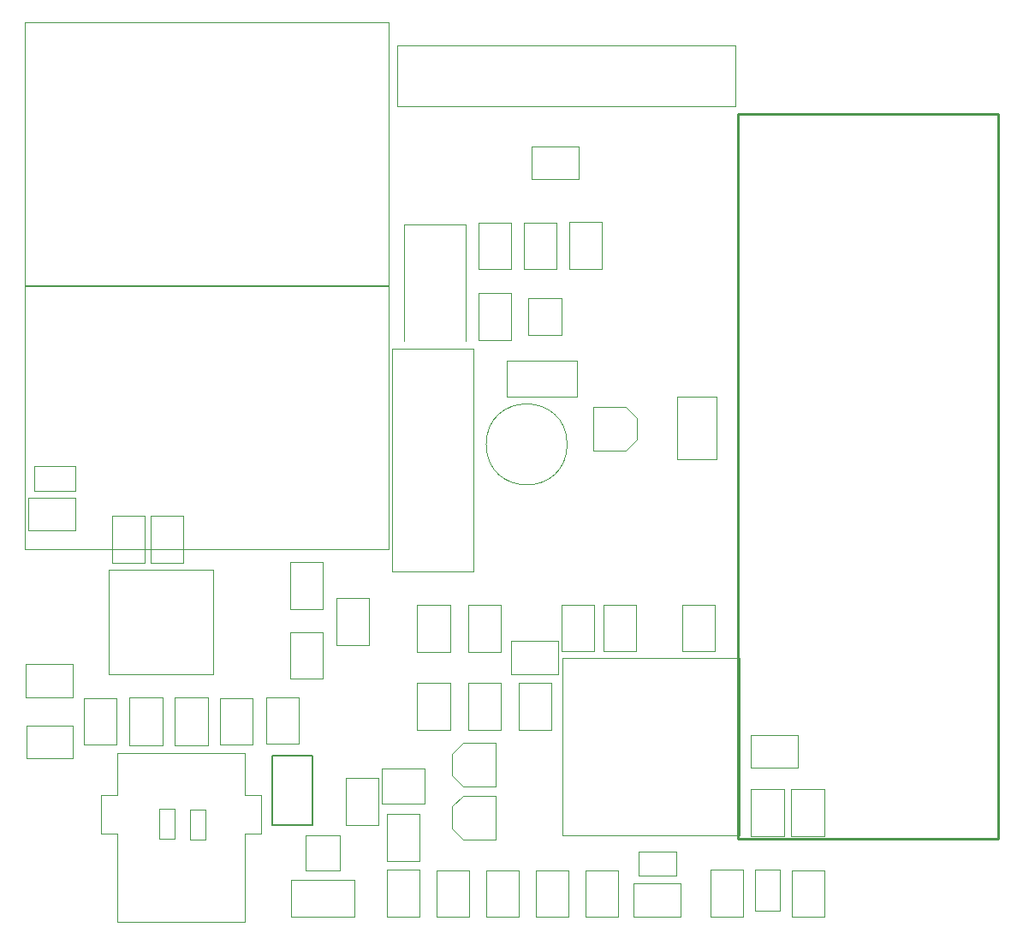
<source format=gbr>
%TF.GenerationSoftware,Altium Limited,Altium Designer,25.2.1 (25)*%
G04 Layer_Color=32768*
%FSLAX43Y43*%
%MOMM*%
%TF.SameCoordinates,66537E59-A43E-40DC-9FEC-BE63E116DA79*%
%TF.FilePolarity,Positive*%
%TF.FileFunction,Other,Mechanical_15*%
%TF.Part,Single*%
G01*
G75*
%TA.AperFunction,NonConductor*%
%ADD71C,0.127*%
%ADD72C,0.254*%
%ADD75C,0.100*%
%ADD131C,0.050*%
D71*
X25000Y9747D02*
Y16647D01*
X29000D01*
Y9747D02*
Y16647D01*
X25000Y9747D02*
X29000D01*
D72*
X71097Y8396D02*
Y79996D01*
X96797Y8396D02*
Y79996D01*
X71097D02*
X96797D01*
X71097Y8396D02*
X96797D01*
D75*
X54193Y47371D02*
G03*
X54193Y47371I-4000J0D01*
G01*
X56778Y46745D02*
Y51045D01*
X60003D01*
X61078Y49970D01*
Y47820D02*
Y49970D01*
X60003Y46745D02*
X61078Y47820D01*
X56778Y46745D02*
X60003D01*
X47150Y8350D02*
Y12650D01*
X43925Y8350D02*
X47150D01*
X42850Y9425D02*
X43925Y8350D01*
X42850Y9425D02*
Y11575D01*
X43925Y12650D01*
X47150D01*
X36914Y56847D02*
X44914D01*
Y34847D02*
Y56847D01*
X36914Y34847D02*
X44914D01*
X36914D02*
Y56847D01*
X43925Y17850D02*
X47150D01*
X42850Y16775D02*
X43925Y17850D01*
X42850Y14625D02*
Y16775D01*
Y14625D02*
X43925Y13550D01*
X47150D01*
Y17850D01*
D131*
X48669Y24658D02*
Y27920D01*
X53331Y24658D02*
Y27920D01*
X48669Y24658D02*
X53331D01*
X48669Y27920D02*
X53331D01*
X72775Y1270D02*
Y5320D01*
X75225D01*
Y1270D02*
Y5320D01*
X72775Y1270D02*
X75225D01*
X1475Y45225D02*
X5525D01*
Y42775D02*
Y45225D01*
X1475Y42775D02*
X5525D01*
X1475D02*
Y45225D01*
X9700Y16850D02*
X22300D01*
X9700Y12710D02*
Y16850D01*
X8070Y12710D02*
X9700D01*
X8070Y8890D02*
Y12710D01*
Y8890D02*
X9700D01*
Y150D02*
Y8890D01*
Y150D02*
X22300D01*
Y8890D01*
X23930D01*
Y12710D01*
X22300D02*
X23930D01*
X22300D02*
Y16850D01*
X8836Y24696D02*
Y35006D01*
X19146Y24696D02*
Y35006D01*
X8836Y24696D02*
X19146D01*
X8836Y35006D02*
X19146D01*
X38098Y57623D02*
Y69123D01*
X44198D01*
Y57623D02*
Y69123D01*
X28300Y5300D02*
Y8700D01*
X31700D01*
Y5300D02*
Y8700D01*
X28300Y5300D02*
X31700D01*
X36540Y63050D02*
Y89060D01*
X540D02*
X36540D01*
X540Y63050D02*
Y89060D01*
Y63050D02*
X36540D01*
Y37050D02*
Y63060D01*
X540D02*
X36540D01*
X540Y37050D02*
Y63060D01*
Y37050D02*
X36540D01*
X65575Y26902D02*
X68791D01*
X65575Y31518D02*
X68791D01*
Y26902D02*
Y31518D01*
X65575Y26902D02*
Y31518D01*
X70838Y80820D02*
Y86820D01*
X37388Y80820D02*
X70838D01*
X37388D02*
Y86820D01*
X70838D01*
X48207Y52048D02*
X55207D01*
X48207D02*
Y55648D01*
X55207D01*
Y52048D02*
Y55648D01*
X49892Y69308D02*
X53108D01*
X49892Y64692D02*
X53108D01*
X49892D02*
Y69308D01*
X53108Y64692D02*
Y69308D01*
X54369Y64669D02*
X57631D01*
X54369Y69331D02*
X57631D01*
Y64669D02*
Y69331D01*
X54369Y64669D02*
Y69331D01*
X45392Y64692D02*
X48608D01*
X45392Y69308D02*
X48608D01*
Y64692D02*
Y69308D01*
X45392Y64692D02*
Y69308D01*
X902Y38869D02*
Y42131D01*
X5564Y38869D02*
Y42131D01*
X902Y38869D02*
X5564D01*
X902Y42131D02*
X5564D01*
X26840Y28808D02*
X30056D01*
X26840Y24192D02*
X30056D01*
X26840D02*
Y28808D01*
X30056Y24192D02*
Y28808D01*
X16893Y8332D02*
Y11262D01*
X18413D01*
Y8332D02*
Y11262D01*
X16893Y8332D02*
X18413D01*
X13845Y8441D02*
Y11371D01*
X15365D01*
Y8441D02*
Y11371D01*
X13845Y8441D02*
X15365D01*
X15389Y22331D02*
X18651D01*
X15389Y17669D02*
X18651D01*
X15389D02*
Y22331D01*
X18651Y17669D02*
Y22331D01*
X19892Y22308D02*
X23108D01*
X19892Y17692D02*
X23108D01*
X19892D02*
Y22308D01*
X23108Y17692D02*
Y22308D01*
X10889Y22331D02*
X14151D01*
X10889Y17669D02*
X14151D01*
X10889D02*
Y22331D01*
X14151Y17669D02*
Y22331D01*
X5331Y22369D02*
Y25631D01*
X669Y22369D02*
Y25631D01*
X5331D01*
X669Y22369D02*
X5331D01*
X5308Y16392D02*
Y19608D01*
X692Y16392D02*
Y19608D01*
X5308D01*
X692Y16392D02*
X5308D01*
X39631Y669D02*
Y5331D01*
X36369Y669D02*
Y5331D01*
Y669D02*
X39631D01*
X36369Y5331D02*
X39631D01*
X79608Y692D02*
Y5308D01*
X76392Y692D02*
Y5308D01*
Y692D02*
X79608D01*
X76392Y5308D02*
X79608D01*
X68369Y695D02*
Y5357D01*
X71631Y695D02*
Y5357D01*
X68369D02*
X71631D01*
X68369Y695D02*
X71631D01*
X50699Y73553D02*
Y76815D01*
X55361Y73553D02*
Y76815D01*
X50699Y73553D02*
X55361D01*
X50699Y76815D02*
X55361D01*
X50375Y61800D02*
X53625D01*
Y58200D02*
Y61800D01*
X50375Y58200D02*
X53625D01*
X50375D02*
Y61800D01*
X39369Y19169D02*
Y23831D01*
X42631Y19169D02*
Y23831D01*
X39369D02*
X42631D01*
X39369Y19169D02*
X42631D01*
X45392Y57692D02*
Y62308D01*
X48608Y57692D02*
Y62308D01*
X45392D02*
X48608D01*
X45392Y57692D02*
X48608D01*
X44379Y19169D02*
Y23831D01*
X47641Y19169D02*
Y23831D01*
X44379D02*
X47641D01*
X44379Y19169D02*
X47641D01*
X44379Y26879D02*
Y31541D01*
X47641Y26879D02*
Y31541D01*
X44379D02*
X47641D01*
X44379Y26879D02*
X47641D01*
X39369D02*
Y31541D01*
X42631Y26879D02*
Y31541D01*
X39369D02*
X42631D01*
X39369Y26879D02*
X42631D01*
X68952Y45875D02*
Y52125D01*
X65048Y45875D02*
X68952D01*
X65048D02*
Y52125D01*
X68952D01*
X33135Y700D02*
Y4300D01*
X26865Y700D02*
Y4300D01*
Y700D02*
X33135D01*
X26865Y4300D02*
X33135D01*
X53770Y26230D02*
X71230D01*
Y8770D02*
Y26230D01*
X53770Y8770D02*
X71230D01*
X53770D02*
Y26230D01*
X27643Y17758D02*
Y22374D01*
X24427Y17758D02*
Y22374D01*
Y17758D02*
X27643D01*
X24427Y22374D02*
X27643D01*
X9608Y17692D02*
Y22308D01*
X6392Y17692D02*
Y22308D01*
Y17692D02*
X9608D01*
X6392Y22308D02*
X9608D01*
X12969Y35669D02*
Y40331D01*
X16231Y35669D02*
Y40331D01*
X12969D02*
X16231D01*
X12969Y35669D02*
X16231D01*
X9169D02*
Y40331D01*
X12431Y35669D02*
Y40331D01*
X9169D02*
X12431D01*
X9169Y35669D02*
X12431D01*
X34631Y27520D02*
Y32182D01*
X31369Y27520D02*
Y32182D01*
Y27520D02*
X34631D01*
X31369Y32182D02*
X34631D01*
X26840Y31093D02*
Y35709D01*
X30056Y31093D02*
Y35709D01*
X26840D02*
X30056D01*
X26840Y31093D02*
X30056D01*
X59266Y692D02*
Y5308D01*
X56050Y692D02*
Y5308D01*
Y692D02*
X59266D01*
X56050Y5308D02*
X59266D01*
X61269Y7169D02*
X64969D01*
Y4769D02*
Y7169D01*
X61269Y4769D02*
X64969D01*
X61269D02*
Y7169D01*
X49392Y19192D02*
Y23808D01*
X52608Y19192D02*
Y23808D01*
X49392D02*
X52608D01*
X49392Y19192D02*
X52608D01*
X32301Y9757D02*
Y14373D01*
X35517Y9757D02*
Y14373D01*
X32301D02*
X35517D01*
X32301Y9757D02*
X35517D01*
X35890Y15300D02*
X40110D01*
Y11900D02*
Y15300D01*
X35890Y11900D02*
X40110D01*
X35890D02*
Y15300D01*
X53637Y26902D02*
Y31518D01*
X56853Y26902D02*
Y31518D01*
X53637D02*
X56853D01*
X53637Y26902D02*
X56853D01*
X57828D02*
Y31518D01*
X61044Y26902D02*
Y31518D01*
X57828D02*
X61044D01*
X57828Y26902D02*
X61044D01*
X72367Y18608D02*
X76983D01*
X72367Y15392D02*
X76983D01*
Y18608D01*
X72367Y15392D02*
Y18608D01*
X65450Y694D02*
Y3956D01*
X60788Y694D02*
Y3956D01*
X65450D01*
X60788Y694D02*
X65450D01*
X76369Y13331D02*
X79631D01*
X76369Y8669D02*
X79631D01*
X76369D02*
Y13331D01*
X79631Y8669D02*
Y13331D01*
X72369D02*
X75631D01*
X72369Y8669D02*
X75631D01*
X72369D02*
Y13331D01*
X75631Y8669D02*
Y13331D01*
X36369Y10831D02*
X39631D01*
X36369Y6169D02*
X39631D01*
X36369D02*
Y10831D01*
X39631Y6169D02*
Y10831D01*
X51130Y5308D02*
X54346D01*
X51130Y692D02*
X54346D01*
X51130D02*
Y5308D01*
X54346Y692D02*
Y5308D01*
X46211D02*
X49427D01*
X46211Y692D02*
X49427D01*
X46211D02*
Y5308D01*
X49427Y692D02*
Y5308D01*
X41291D02*
X44507D01*
X41291Y692D02*
X44507D01*
X41291D02*
Y5308D01*
X44507Y692D02*
Y5308D01*
%TF.MD5,fd8cbdb2f588f49c49d020da6c147c32*%
M02*

</source>
